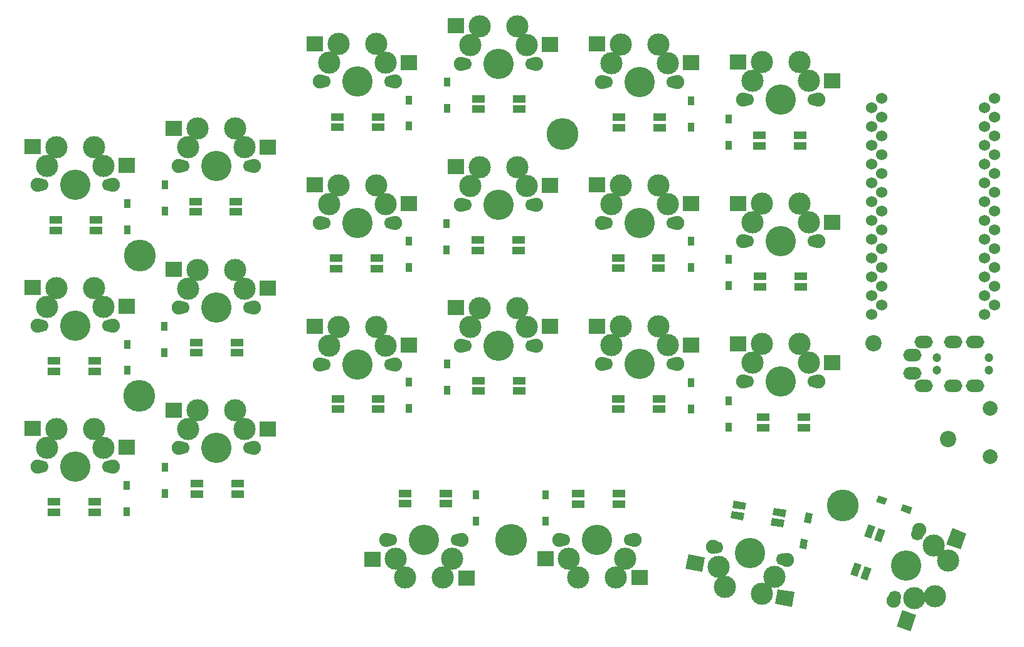
<source format=gbr>
%TF.GenerationSoftware,KiCad,Pcbnew,(5.1.10)-1*%
%TF.CreationDate,2021-08-29T08:11:49+09:00*%
%TF.ProjectId,korpo44,6b6f7270-6f34-4342-9e6b-696361645f70,rev?*%
%TF.SameCoordinates,Original*%
%TF.FileFunction,Soldermask,Top*%
%TF.FilePolarity,Negative*%
%FSLAX46Y46*%
G04 Gerber Fmt 4.6, Leading zero omitted, Abs format (unit mm)*
G04 Created by KiCad (PCBNEW (5.1.10)-1) date 2021-08-29 08:11:49*
%MOMM*%
%LPD*%
G01*
G04 APERTURE LIST*
%ADD10C,1.524000*%
%ADD11R,2.300000X2.000000*%
%ADD12C,3.000000*%
%ADD13C,4.100000*%
%ADD14C,1.900000*%
%ADD15C,1.700000*%
%ADD16C,0.100000*%
%ADD17C,4.300000*%
%ADD18C,2.200000*%
%ADD19R,0.950000X1.300000*%
%ADD20C,1.200000*%
%ADD21O,2.500000X1.700000*%
%ADD22R,1.700000X1.000000*%
%ADD23C,2.000000*%
G04 APERTURE END LIST*
D10*
%TO.C,U1*%
X145217400Y-40919400D03*
X145217400Y-43459400D03*
X145217400Y-45999400D03*
X145217400Y-48539400D03*
X145217400Y-51079400D03*
X145217400Y-53619400D03*
X145217400Y-56159400D03*
X145217400Y-58699400D03*
X145217400Y-61239400D03*
X145217400Y-63779400D03*
X145217400Y-66319400D03*
X145217400Y-68859400D03*
X160437400Y-68859400D03*
X160437400Y-66319400D03*
X160437400Y-63779400D03*
X160437400Y-61239400D03*
X160437400Y-58699400D03*
X160437400Y-56159400D03*
X160437400Y-53619400D03*
X160437400Y-51079400D03*
X160437400Y-48539400D03*
X160437400Y-45999400D03*
X160437400Y-43459400D03*
X160437400Y-40919400D03*
X143891000Y-42189400D03*
X143891000Y-44729400D03*
X143891000Y-47269400D03*
X143891000Y-49809400D03*
X143891000Y-52349400D03*
X143891000Y-54889400D03*
X143891000Y-57429400D03*
X143891000Y-59969400D03*
X143891000Y-62509400D03*
X143891000Y-65049400D03*
X143891000Y-67589400D03*
X143891000Y-70129400D03*
X159131000Y-70129400D03*
X159131000Y-67589400D03*
X159131000Y-65049400D03*
X159131000Y-62509400D03*
X159131000Y-59969400D03*
X159131000Y-57429400D03*
X159131000Y-54889400D03*
X159131000Y-52349400D03*
X159131000Y-49809400D03*
X159131000Y-47269400D03*
X159131000Y-44729400D03*
X159131000Y-42189400D03*
%TD*%
D11*
%TO.C,SW6*%
X62372000Y-85608800D03*
X49672000Y-83068800D03*
D12*
X51562000Y-85648800D03*
X52832000Y-83108800D03*
X59182000Y-85648799D03*
X57912000Y-83108800D03*
D13*
X55372000Y-88188800D03*
D14*
X60452000Y-88188800D03*
X50292000Y-88188800D03*
D15*
X50872000Y-88188800D03*
X59872000Y-88188800D03*
%TD*%
D16*
%TO.C,SW18*%
G36*
X118758156Y-104523379D02*
G01*
X119105452Y-102553764D01*
X121370510Y-102953155D01*
X121023214Y-104922770D01*
X118758156Y-104523379D01*
G37*
G36*
X130824149Y-109230122D02*
G01*
X131171445Y-107260507D01*
X133436503Y-107659898D01*
X133089207Y-109629513D01*
X130824149Y-109230122D01*
G37*
D12*
X130717051Y-105576011D03*
X129025279Y-107856890D03*
X123212816Y-104252813D03*
X124022456Y-106974757D03*
D13*
X127406000Y-102413000D03*
D14*
X122403177Y-101530867D03*
X132408823Y-103295133D03*
D15*
X131837635Y-103194417D03*
X122974365Y-101631583D03*
%TD*%
D11*
%TO.C,SW1*%
X43322000Y-49998000D03*
X30622000Y-47458000D03*
D12*
X32512000Y-50038000D03*
X33782000Y-47498000D03*
X40132000Y-50037999D03*
X38862000Y-47498000D03*
D13*
X36322000Y-52578000D03*
D14*
X41402000Y-52578000D03*
X31242000Y-52578000D03*
D15*
X31822000Y-52578000D03*
X40822000Y-52578000D03*
%TD*%
D17*
%TO.C,Ref6\u002A\u002A*%
X45030400Y-62128400D03*
%TD*%
%TO.C,Ref7\u002A\u002A*%
X102155000Y-45745400D03*
%TD*%
%TO.C,Ref5\u002A\u002A*%
X45005000Y-81153000D03*
%TD*%
%TO.C,Ref4\u002A\u002A*%
X95173800Y-100584000D03*
%TD*%
%TO.C,Ref3\u002A\u002A*%
X139979000Y-95910400D03*
%TD*%
D18*
%TO.C,Ref1\u002A\u002A*%
X154229000Y-86944200D03*
%TD*%
%TO.C,Ref2\u002A\u002A*%
X144120000Y-74041000D03*
%TD*%
D19*
%TO.C,D1*%
X43357800Y-55121000D03*
X43357800Y-58671000D03*
%TD*%
%TO.C,D2*%
X43332400Y-74145600D03*
X43332400Y-77695600D03*
%TD*%
%TO.C,D3*%
X43281600Y-93221000D03*
X43281600Y-96771000D03*
%TD*%
%TO.C,D4*%
X48412400Y-52606400D03*
X48412400Y-56156400D03*
%TD*%
%TO.C,D5*%
X48361600Y-71707200D03*
X48361600Y-75257200D03*
%TD*%
%TO.C,D6*%
X48412400Y-90757200D03*
X48412400Y-94307200D03*
%TD*%
%TO.C,D7*%
X81407000Y-41125600D03*
X81407000Y-44675600D03*
%TD*%
%TO.C,D8*%
X81407000Y-60251800D03*
X81407000Y-63801800D03*
%TD*%
%TO.C,D9*%
X81381600Y-79301800D03*
X81381600Y-82851800D03*
%TD*%
%TO.C,D10*%
X90424000Y-98041000D03*
X90424000Y-94491000D03*
%TD*%
%TO.C,D11*%
X86537800Y-38738000D03*
X86537800Y-42288000D03*
%TD*%
%TO.C,D12*%
X86436200Y-57813400D03*
X86436200Y-61363400D03*
%TD*%
%TO.C,D13*%
X86512400Y-76787200D03*
X86512400Y-80337200D03*
%TD*%
%TO.C,D14*%
X99872800Y-98066400D03*
X99872800Y-94516400D03*
%TD*%
%TO.C,D15*%
X119507000Y-41227200D03*
X119507000Y-44777200D03*
%TD*%
%TO.C,D16*%
X119456000Y-60251800D03*
X119456000Y-63801800D03*
%TD*%
%TO.C,D17*%
X119507000Y-79327200D03*
X119507000Y-82877200D03*
%TD*%
D16*
%TO.C,D18*%
G36*
X134334862Y-100411026D02*
G01*
X135270429Y-100575992D01*
X135044686Y-101856242D01*
X134109119Y-101691276D01*
X134334862Y-100411026D01*
G37*
G36*
X134951314Y-96914958D02*
G01*
X135886881Y-97079924D01*
X135661138Y-98360174D01*
X134725571Y-98195208D01*
X134951314Y-96914958D01*
G37*
%TD*%
D19*
%TO.C,D19*%
X124587000Y-43691000D03*
X124587000Y-47241000D03*
%TD*%
%TO.C,D20*%
X124536000Y-62664800D03*
X124536000Y-66214800D03*
%TD*%
%TO.C,D21*%
X124587000Y-81791000D03*
X124587000Y-85341000D03*
%TD*%
D16*
%TO.C,D22*%
G36*
X147782694Y-96665327D02*
G01*
X148107613Y-95772619D01*
X149329214Y-96217245D01*
X149004295Y-97109953D01*
X147782694Y-96665327D01*
G37*
G36*
X144446786Y-95451155D02*
G01*
X144771705Y-94558447D01*
X145993306Y-95003073D01*
X145668387Y-95895781D01*
X144446786Y-95451155D01*
G37*
%TD*%
D20*
%TO.C,J1*%
X152663000Y-75948600D03*
X159663000Y-75948600D03*
D21*
X150863000Y-73848600D03*
X149363000Y-78048600D03*
X157863000Y-73848600D03*
X154863000Y-73848600D03*
D20*
X159663000Y-77698600D03*
X152663000Y-77698600D03*
D21*
X157863000Y-79798600D03*
X154863000Y-79798600D03*
X150863000Y-79798600D03*
X149363000Y-75598600D03*
%TD*%
D22*
%TO.C,LED1*%
X39173600Y-58764400D03*
X39173600Y-57364400D03*
X33673600Y-58764400D03*
X33673600Y-57364400D03*
%TD*%
%TO.C,LED2*%
X38970400Y-77789000D03*
X38970400Y-76389000D03*
X33470400Y-77789000D03*
X33470400Y-76389000D03*
%TD*%
%TO.C,LED3*%
X38970400Y-96864400D03*
X38970400Y-95464400D03*
X33470400Y-96864400D03*
X33470400Y-95464400D03*
%TD*%
%TO.C,LED4*%
X52552600Y-54861000D03*
X52552600Y-56261000D03*
X58052600Y-54861000D03*
X58052600Y-56261000D03*
%TD*%
%TO.C,LED5*%
X52672800Y-73925200D03*
X52672800Y-75325200D03*
X58172800Y-73925200D03*
X58172800Y-75325200D03*
%TD*%
%TO.C,LED6*%
X52749000Y-93000600D03*
X52749000Y-94400600D03*
X58249000Y-93000600D03*
X58249000Y-94400600D03*
%TD*%
%TO.C,LED7*%
X77248200Y-44845200D03*
X77248200Y-43445200D03*
X71748200Y-44845200D03*
X71748200Y-43445200D03*
%TD*%
%TO.C,LED8*%
X77095800Y-63920600D03*
X77095800Y-62520600D03*
X71595800Y-63920600D03*
X71595800Y-62520600D03*
%TD*%
%TO.C,LED9*%
X77273600Y-82945200D03*
X77273600Y-81545200D03*
X71773600Y-82945200D03*
X71773600Y-81545200D03*
%TD*%
%TO.C,LED10*%
X86392200Y-95696000D03*
X86392200Y-94296000D03*
X80892200Y-95696000D03*
X80892200Y-94296000D03*
%TD*%
%TO.C,LED11*%
X90747400Y-40981400D03*
X90747400Y-42381400D03*
X96247400Y-40981400D03*
X96247400Y-42381400D03*
%TD*%
%TO.C,LED12*%
X90671200Y-60082200D03*
X90671200Y-61482200D03*
X96171200Y-60082200D03*
X96171200Y-61482200D03*
%TD*%
%TO.C,LED13*%
X90772800Y-79056000D03*
X90772800Y-80456000D03*
X96272800Y-79056000D03*
X96272800Y-80456000D03*
%TD*%
%TO.C,LED14*%
X104235000Y-94372200D03*
X104235000Y-95772200D03*
X109735000Y-94372200D03*
X109735000Y-95772200D03*
%TD*%
%TO.C,LED15*%
X115272000Y-44870600D03*
X115272000Y-43470600D03*
X109772000Y-44870600D03*
X109772000Y-43470600D03*
%TD*%
%TO.C,LED16*%
X115120000Y-63895200D03*
X115120000Y-62495200D03*
X109620000Y-63895200D03*
X109620000Y-62495200D03*
%TD*%
%TO.C,LED17*%
X115145000Y-82945200D03*
X115145000Y-81545200D03*
X109645000Y-82945200D03*
X109645000Y-81545200D03*
%TD*%
D16*
%TO.C,LED18*%
G36*
X132110579Y-97926295D02*
G01*
X131936931Y-98911103D01*
X130262757Y-98615901D01*
X130436405Y-97631093D01*
X132110579Y-97926295D01*
G37*
G36*
X132353686Y-96547564D02*
G01*
X132180038Y-97532372D01*
X130505864Y-97237170D01*
X130679512Y-96252362D01*
X132353686Y-96547564D01*
G37*
G36*
X126694136Y-96971230D02*
G01*
X126520488Y-97956038D01*
X124846314Y-97660836D01*
X125019962Y-96676028D01*
X126694136Y-96971230D01*
G37*
G36*
X126937243Y-95592499D02*
G01*
X126763595Y-96577307D01*
X125089421Y-96282105D01*
X125263069Y-95297297D01*
X126937243Y-95592499D01*
G37*
%TD*%
D22*
%TO.C,LED19*%
X128746000Y-45934400D03*
X128746000Y-47334400D03*
X134246000Y-45934400D03*
X134246000Y-47334400D03*
%TD*%
%TO.C,LED20*%
X128771000Y-64984400D03*
X128771000Y-66384400D03*
X134271000Y-64984400D03*
X134271000Y-66384400D03*
%TD*%
%TO.C,LED21*%
X129203000Y-84009000D03*
X129203000Y-85409000D03*
X134703000Y-84009000D03*
X134703000Y-85409000D03*
%TD*%
D16*
%TO.C,LED22*%
G36*
X141580531Y-103660992D02*
G01*
X142520223Y-104003012D01*
X141938789Y-105600490D01*
X140999097Y-105258470D01*
X141580531Y-103660992D01*
G37*
G36*
X142896100Y-104139820D02*
G01*
X143835792Y-104481840D01*
X143254358Y-106079318D01*
X142314666Y-105737298D01*
X142896100Y-104139820D01*
G37*
G36*
X143461642Y-98492682D02*
G01*
X144401334Y-98834702D01*
X143819900Y-100432180D01*
X142880208Y-100090160D01*
X143461642Y-98492682D01*
G37*
G36*
X144777211Y-98971510D02*
G01*
X145716903Y-99313530D01*
X145135469Y-100911008D01*
X144195777Y-100568988D01*
X144777211Y-98971510D01*
G37*
%TD*%
D23*
%TO.C,RESET_SW1*%
X159893000Y-89330600D03*
X159893000Y-82830600D03*
%TD*%
D15*
%TO.C,SW2*%
X40822000Y-71628000D03*
X31822000Y-71628000D03*
D14*
X31242000Y-71628000D03*
X41402000Y-71628000D03*
D13*
X36322000Y-71628000D03*
D12*
X38862000Y-66548000D03*
X40132000Y-69087999D03*
X33782000Y-66548000D03*
X32512000Y-69088000D03*
D11*
X30622000Y-66508000D03*
X43322000Y-69048000D03*
%TD*%
%TO.C,SW3*%
X43322000Y-88098000D03*
X30622000Y-85558000D03*
D12*
X32512000Y-88138000D03*
X33782000Y-85598000D03*
X40132000Y-88137999D03*
X38862000Y-85598000D03*
D13*
X36322000Y-90678000D03*
D14*
X41402000Y-90678000D03*
X31242000Y-90678000D03*
D15*
X31822000Y-90678000D03*
X40822000Y-90678000D03*
%TD*%
%TO.C,SW4*%
X59872000Y-50088800D03*
X50872000Y-50088800D03*
D14*
X50292000Y-50088800D03*
X60452000Y-50088800D03*
D13*
X55372000Y-50088800D03*
D12*
X57912000Y-45008800D03*
X59182000Y-47548799D03*
X52832000Y-45008800D03*
X51562000Y-47548800D03*
D11*
X49672000Y-44968800D03*
X62372000Y-47508800D03*
%TD*%
D15*
%TO.C,SW5*%
X59872000Y-69164200D03*
X50872000Y-69164200D03*
D14*
X50292000Y-69164200D03*
X60452000Y-69164200D03*
D13*
X55372000Y-69164200D03*
D12*
X57912000Y-64084200D03*
X59182000Y-66624199D03*
X52832000Y-64084200D03*
X51562000Y-66624200D03*
D11*
X49672000Y-64044200D03*
X62372000Y-66584200D03*
%TD*%
%TO.C,SW7*%
X81422000Y-36078800D03*
X68722000Y-33538800D03*
D12*
X70612000Y-36118800D03*
X71882000Y-33578800D03*
X78232000Y-36118799D03*
X76962000Y-33578800D03*
D13*
X74422000Y-38658800D03*
D14*
X79502000Y-38658800D03*
X69342000Y-38658800D03*
D15*
X69922000Y-38658800D03*
X78922000Y-38658800D03*
%TD*%
%TO.C,SW8*%
X78922000Y-57734200D03*
X69922000Y-57734200D03*
D14*
X69342000Y-57734200D03*
X79502000Y-57734200D03*
D13*
X74422000Y-57734200D03*
D12*
X76962000Y-52654200D03*
X78232000Y-55194199D03*
X71882000Y-52654200D03*
X70612000Y-55194200D03*
D11*
X68722000Y-52614200D03*
X81422000Y-55154200D03*
%TD*%
D15*
%TO.C,SW9*%
X78922000Y-76860400D03*
X69922000Y-76860400D03*
D14*
X69342000Y-76860400D03*
X79502000Y-76860400D03*
D13*
X74422000Y-76860400D03*
D12*
X76962000Y-71780400D03*
X78232000Y-74320399D03*
X71882000Y-71780400D03*
X70612000Y-74320400D03*
D11*
X68722000Y-71740400D03*
X81422000Y-74280400D03*
%TD*%
%TO.C,SW10*%
X76439000Y-103189000D03*
X89139000Y-105729000D03*
D12*
X87249000Y-103149000D03*
X85979000Y-105689000D03*
X79629000Y-103149001D03*
X80899000Y-105689000D03*
D13*
X83439000Y-100609000D03*
D14*
X78359000Y-100609000D03*
X88519000Y-100609000D03*
D15*
X87939000Y-100609000D03*
X78939000Y-100609000D03*
%TD*%
%TO.C,SW11*%
X97972000Y-36245800D03*
X88972000Y-36245800D03*
D14*
X88392000Y-36245800D03*
X98552000Y-36245800D03*
D13*
X93472000Y-36245800D03*
D12*
X96012000Y-31165800D03*
X97282000Y-33705799D03*
X90932000Y-31165800D03*
X89662000Y-33705800D03*
D11*
X87772000Y-31125800D03*
X100472000Y-33665800D03*
%TD*%
%TO.C,SW12*%
X100472000Y-52690400D03*
X87772000Y-50150400D03*
D12*
X89662000Y-52730400D03*
X90932000Y-50190400D03*
X97282000Y-52730399D03*
X96012000Y-50190400D03*
D13*
X93472000Y-55270400D03*
D14*
X98552000Y-55270400D03*
X88392000Y-55270400D03*
D15*
X88972000Y-55270400D03*
X97972000Y-55270400D03*
%TD*%
D11*
%TO.C,SW13*%
X100472000Y-71740400D03*
X87772000Y-69200400D03*
D12*
X89662000Y-71780400D03*
X90932000Y-69240400D03*
X97282000Y-71780399D03*
X96012000Y-69240400D03*
D13*
X93472000Y-74320400D03*
D14*
X98552000Y-74320400D03*
X88392000Y-74320400D03*
D15*
X88972000Y-74320400D03*
X97972000Y-74320400D03*
%TD*%
%TO.C,SW14*%
X102307000Y-100584000D03*
X111307000Y-100584000D03*
D14*
X111887000Y-100584000D03*
X101727000Y-100584000D03*
D13*
X106807000Y-100584000D03*
D12*
X104267000Y-105664000D03*
X102997000Y-103124001D03*
X109347000Y-105664000D03*
X110617000Y-103124000D03*
D11*
X112507000Y-105704000D03*
X99807000Y-103164000D03*
%TD*%
%TO.C,SW15*%
X119522000Y-36104200D03*
X106822000Y-33564200D03*
D12*
X108712000Y-36144200D03*
X109982000Y-33604200D03*
X116332000Y-36144199D03*
X115062000Y-33604200D03*
D13*
X112522000Y-38684200D03*
D14*
X117602000Y-38684200D03*
X107442000Y-38684200D03*
D15*
X108022000Y-38684200D03*
X117022000Y-38684200D03*
%TD*%
%TO.C,SW16*%
X117022000Y-57734200D03*
X108022000Y-57734200D03*
D14*
X107442000Y-57734200D03*
X117602000Y-57734200D03*
D13*
X112522000Y-57734200D03*
D12*
X115062000Y-52654200D03*
X116332000Y-55194199D03*
X109982000Y-52654200D03*
X108712000Y-55194200D03*
D11*
X106822000Y-52614200D03*
X119522000Y-55154200D03*
%TD*%
%TO.C,SW17*%
X119522000Y-74229600D03*
X106822000Y-71689600D03*
D12*
X108712000Y-74269600D03*
X109982000Y-71729600D03*
X116332000Y-74269599D03*
X115062000Y-71729600D03*
D13*
X112522000Y-76809600D03*
D14*
X117602000Y-76809600D03*
X107442000Y-76809600D03*
D15*
X108022000Y-76809600D03*
X117022000Y-76809600D03*
%TD*%
%TO.C,SW19*%
X136072000Y-41097200D03*
X127072000Y-41097200D03*
D14*
X126492000Y-41097200D03*
X136652000Y-41097200D03*
D13*
X131572000Y-41097200D03*
D12*
X134112000Y-36017200D03*
X135382000Y-38557199D03*
X129032000Y-36017200D03*
X127762000Y-38557200D03*
D11*
X125872000Y-35977200D03*
X138572000Y-38517200D03*
%TD*%
D15*
%TO.C,SW20*%
X136072000Y-60223400D03*
X127072000Y-60223400D03*
D14*
X126492000Y-60223400D03*
X136652000Y-60223400D03*
D13*
X131572000Y-60223400D03*
D12*
X134112000Y-55143400D03*
X135382000Y-57683399D03*
X129032000Y-55143400D03*
X127762000Y-57683400D03*
D11*
X125872000Y-55103400D03*
X138572000Y-57643400D03*
%TD*%
%TO.C,SW21*%
X138572000Y-76642600D03*
X125872000Y-74102600D03*
D12*
X127762000Y-76682600D03*
X129032000Y-74142600D03*
X135382000Y-76682599D03*
X134112000Y-74142600D03*
D13*
X131572000Y-79222600D03*
D14*
X136652000Y-79222600D03*
X126492000Y-79222600D03*
D15*
X127072000Y-79222600D03*
X136072000Y-79222600D03*
%TD*%
%TO.C,SW22*%
X146999909Y-108292617D03*
X150078091Y-99835383D03*
D14*
X150276462Y-99290361D03*
X146801538Y-108837639D03*
D13*
X148539000Y-104064000D03*
D12*
X152443907Y-108188282D03*
X149622723Y-108512960D03*
X154181370Y-103414643D03*
X152228916Y-101352502D03*
D16*
G36*
X155846110Y-101881562D02*
G01*
X153966725Y-101197521D01*
X154753372Y-99036228D01*
X156632757Y-99720269D01*
X155846110Y-101881562D01*
G37*
G36*
X149115635Y-112946927D02*
G01*
X147236250Y-112262886D01*
X148022897Y-110101593D01*
X149902282Y-110785634D01*
X149115635Y-112946927D01*
G37*
%TD*%
M02*

</source>
